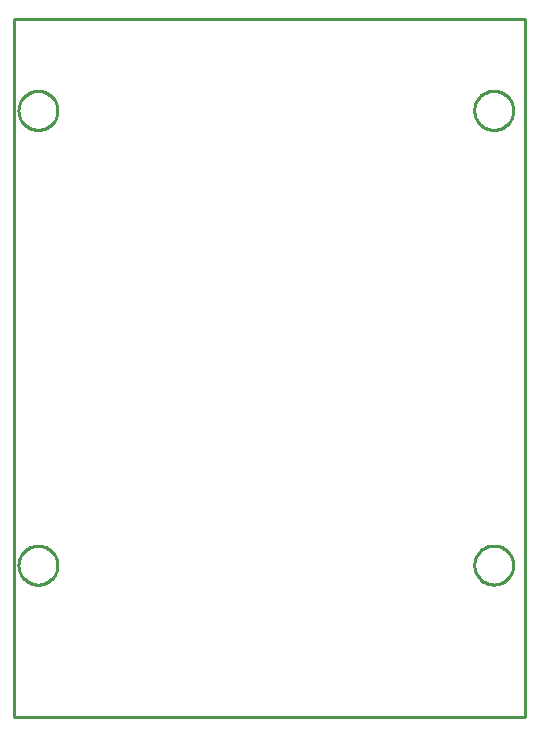
<source format=gbr>
G04 EAGLE Gerber RS-274X export*
G75*
%MOMM*%
%FSLAX34Y34*%
%LPD*%
%IN*%
%IPPOS*%
%AMOC8*
5,1,8,0,0,1.08239X$1,22.5*%
G01*
%ADD10C,0.254000*%


D10*
X550000Y98000D02*
X982000Y98000D01*
X982000Y689000D01*
X550000Y689000D01*
X550000Y98000D01*
X586500Y610960D02*
X586429Y609882D01*
X586288Y608811D01*
X586078Y607751D01*
X585798Y606708D01*
X585451Y605685D01*
X585037Y604687D01*
X584560Y603718D01*
X584019Y602782D01*
X583419Y601884D01*
X582762Y601027D01*
X582049Y600215D01*
X581285Y599451D01*
X580473Y598739D01*
X579616Y598081D01*
X578718Y597481D01*
X577782Y596941D01*
X576813Y596463D01*
X575815Y596049D01*
X574792Y595702D01*
X573749Y595422D01*
X572689Y595212D01*
X571618Y595071D01*
X570540Y595000D01*
X569460Y595000D01*
X568382Y595071D01*
X567311Y595212D01*
X566251Y595422D01*
X565208Y595702D01*
X564185Y596049D01*
X563187Y596463D01*
X562218Y596941D01*
X561282Y597481D01*
X560384Y598081D01*
X559527Y598739D01*
X558715Y599451D01*
X557951Y600215D01*
X557239Y601027D01*
X556581Y601884D01*
X555981Y602782D01*
X555441Y603718D01*
X554963Y604687D01*
X554549Y605685D01*
X554202Y606708D01*
X553922Y607751D01*
X553712Y608811D01*
X553571Y609882D01*
X553500Y610960D01*
X553500Y612040D01*
X553571Y613118D01*
X553712Y614189D01*
X553922Y615249D01*
X554202Y616292D01*
X554549Y617315D01*
X554963Y618313D01*
X555441Y619282D01*
X555981Y620218D01*
X556581Y621116D01*
X557239Y621973D01*
X557951Y622785D01*
X558715Y623549D01*
X559527Y624262D01*
X560384Y624919D01*
X561282Y625519D01*
X562218Y626060D01*
X563187Y626537D01*
X564185Y626951D01*
X565208Y627298D01*
X566251Y627578D01*
X567311Y627788D01*
X568382Y627929D01*
X569460Y628000D01*
X570540Y628000D01*
X571618Y627929D01*
X572689Y627788D01*
X573749Y627578D01*
X574792Y627298D01*
X575815Y626951D01*
X576813Y626537D01*
X577782Y626060D01*
X578718Y625519D01*
X579616Y624919D01*
X580473Y624262D01*
X581285Y623549D01*
X582049Y622785D01*
X582762Y621973D01*
X583419Y621116D01*
X584019Y620218D01*
X584560Y619282D01*
X585037Y618313D01*
X585451Y617315D01*
X585798Y616292D01*
X586078Y615249D01*
X586288Y614189D01*
X586429Y613118D01*
X586500Y612040D01*
X586500Y610960D01*
X586500Y225960D02*
X586429Y224882D01*
X586288Y223811D01*
X586078Y222751D01*
X585798Y221708D01*
X585451Y220685D01*
X585037Y219687D01*
X584560Y218718D01*
X584019Y217782D01*
X583419Y216884D01*
X582762Y216027D01*
X582049Y215215D01*
X581285Y214451D01*
X580473Y213739D01*
X579616Y213081D01*
X578718Y212481D01*
X577782Y211941D01*
X576813Y211463D01*
X575815Y211049D01*
X574792Y210702D01*
X573749Y210422D01*
X572689Y210212D01*
X571618Y210071D01*
X570540Y210000D01*
X569460Y210000D01*
X568382Y210071D01*
X567311Y210212D01*
X566251Y210422D01*
X565208Y210702D01*
X564185Y211049D01*
X563187Y211463D01*
X562218Y211941D01*
X561282Y212481D01*
X560384Y213081D01*
X559527Y213739D01*
X558715Y214451D01*
X557951Y215215D01*
X557239Y216027D01*
X556581Y216884D01*
X555981Y217782D01*
X555441Y218718D01*
X554963Y219687D01*
X554549Y220685D01*
X554202Y221708D01*
X553922Y222751D01*
X553712Y223811D01*
X553571Y224882D01*
X553500Y225960D01*
X553500Y227040D01*
X553571Y228118D01*
X553712Y229189D01*
X553922Y230249D01*
X554202Y231292D01*
X554549Y232315D01*
X554963Y233313D01*
X555441Y234282D01*
X555981Y235218D01*
X556581Y236116D01*
X557239Y236973D01*
X557951Y237785D01*
X558715Y238549D01*
X559527Y239262D01*
X560384Y239919D01*
X561282Y240519D01*
X562218Y241060D01*
X563187Y241537D01*
X564185Y241951D01*
X565208Y242298D01*
X566251Y242578D01*
X567311Y242788D01*
X568382Y242929D01*
X569460Y243000D01*
X570540Y243000D01*
X571618Y242929D01*
X572689Y242788D01*
X573749Y242578D01*
X574792Y242298D01*
X575815Y241951D01*
X576813Y241537D01*
X577782Y241060D01*
X578718Y240519D01*
X579616Y239919D01*
X580473Y239262D01*
X581285Y238549D01*
X582049Y237785D01*
X582762Y236973D01*
X583419Y236116D01*
X584019Y235218D01*
X584560Y234282D01*
X585037Y233313D01*
X585451Y232315D01*
X585798Y231292D01*
X586078Y230249D01*
X586288Y229189D01*
X586429Y228118D01*
X586500Y227040D01*
X586500Y225960D01*
X956440Y243100D02*
X957518Y243029D01*
X958589Y242888D01*
X959649Y242678D01*
X960692Y242398D01*
X961715Y242051D01*
X962713Y241637D01*
X963682Y241160D01*
X964618Y240619D01*
X965516Y240019D01*
X966373Y239362D01*
X967185Y238649D01*
X967949Y237885D01*
X968662Y237073D01*
X969319Y236216D01*
X969919Y235318D01*
X970460Y234382D01*
X970937Y233413D01*
X971351Y232415D01*
X971698Y231392D01*
X971978Y230349D01*
X972188Y229289D01*
X972329Y228218D01*
X972400Y227140D01*
X972400Y226060D01*
X972329Y224982D01*
X972188Y223911D01*
X971978Y222851D01*
X971698Y221808D01*
X971351Y220785D01*
X970937Y219787D01*
X970460Y218818D01*
X969919Y217882D01*
X969319Y216984D01*
X968662Y216127D01*
X967949Y215315D01*
X967185Y214551D01*
X966373Y213839D01*
X965516Y213181D01*
X964618Y212581D01*
X963682Y212041D01*
X962713Y211563D01*
X961715Y211149D01*
X960692Y210802D01*
X959649Y210522D01*
X958589Y210312D01*
X957518Y210171D01*
X956440Y210100D01*
X955360Y210100D01*
X954282Y210171D01*
X953211Y210312D01*
X952151Y210522D01*
X951108Y210802D01*
X950085Y211149D01*
X949087Y211563D01*
X948118Y212041D01*
X947182Y212581D01*
X946284Y213181D01*
X945427Y213839D01*
X944615Y214551D01*
X943851Y215315D01*
X943139Y216127D01*
X942481Y216984D01*
X941881Y217882D01*
X941341Y218818D01*
X940863Y219787D01*
X940449Y220785D01*
X940102Y221808D01*
X939822Y222851D01*
X939612Y223911D01*
X939471Y224982D01*
X939400Y226060D01*
X939400Y227140D01*
X939471Y228218D01*
X939612Y229289D01*
X939822Y230349D01*
X940102Y231392D01*
X940449Y232415D01*
X940863Y233413D01*
X941341Y234382D01*
X941881Y235318D01*
X942481Y236216D01*
X943139Y237073D01*
X943851Y237885D01*
X944615Y238649D01*
X945427Y239362D01*
X946284Y240019D01*
X947182Y240619D01*
X948118Y241160D01*
X949087Y241637D01*
X950085Y242051D01*
X951108Y242398D01*
X952151Y242678D01*
X953211Y242888D01*
X954282Y243029D01*
X955360Y243100D01*
X956440Y243100D01*
X956440Y628100D02*
X957518Y628029D01*
X958589Y627888D01*
X959649Y627678D01*
X960692Y627398D01*
X961715Y627051D01*
X962713Y626637D01*
X963682Y626160D01*
X964618Y625619D01*
X965516Y625019D01*
X966373Y624362D01*
X967185Y623649D01*
X967949Y622885D01*
X968662Y622073D01*
X969319Y621216D01*
X969919Y620318D01*
X970460Y619382D01*
X970937Y618413D01*
X971351Y617415D01*
X971698Y616392D01*
X971978Y615349D01*
X972188Y614289D01*
X972329Y613218D01*
X972400Y612140D01*
X972400Y611060D01*
X972329Y609982D01*
X972188Y608911D01*
X971978Y607851D01*
X971698Y606808D01*
X971351Y605785D01*
X970937Y604787D01*
X970460Y603818D01*
X969919Y602882D01*
X969319Y601984D01*
X968662Y601127D01*
X967949Y600315D01*
X967185Y599551D01*
X966373Y598839D01*
X965516Y598181D01*
X964618Y597581D01*
X963682Y597041D01*
X962713Y596563D01*
X961715Y596149D01*
X960692Y595802D01*
X959649Y595522D01*
X958589Y595312D01*
X957518Y595171D01*
X956440Y595100D01*
X955360Y595100D01*
X954282Y595171D01*
X953211Y595312D01*
X952151Y595522D01*
X951108Y595802D01*
X950085Y596149D01*
X949087Y596563D01*
X948118Y597041D01*
X947182Y597581D01*
X946284Y598181D01*
X945427Y598839D01*
X944615Y599551D01*
X943851Y600315D01*
X943139Y601127D01*
X942481Y601984D01*
X941881Y602882D01*
X941341Y603818D01*
X940863Y604787D01*
X940449Y605785D01*
X940102Y606808D01*
X939822Y607851D01*
X939612Y608911D01*
X939471Y609982D01*
X939400Y611060D01*
X939400Y612140D01*
X939471Y613218D01*
X939612Y614289D01*
X939822Y615349D01*
X940102Y616392D01*
X940449Y617415D01*
X940863Y618413D01*
X941341Y619382D01*
X941881Y620318D01*
X942481Y621216D01*
X943139Y622073D01*
X943851Y622885D01*
X944615Y623649D01*
X945427Y624362D01*
X946284Y625019D01*
X947182Y625619D01*
X948118Y626160D01*
X949087Y626637D01*
X950085Y627051D01*
X951108Y627398D01*
X952151Y627678D01*
X953211Y627888D01*
X954282Y628029D01*
X955360Y628100D01*
X956440Y628100D01*
M02*

</source>
